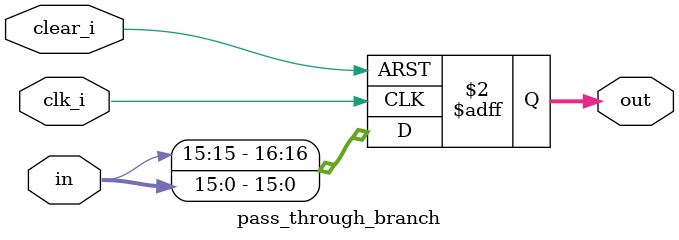
<source format=v>
`timescale 1ns / 1ps

module pass_through_branch#(
        parameter W = 16
    ) (
        input wire clk_i,
        input wire clear_i,
        input wire signed [W-1:0] in,
        output reg signed [W:0] out
    );
        always @(posedge clk_i or posedge clear_i) begin
            if (clear_i)
                out <= {(W+1){1'b0}};
            else
                out <= in;
        end
    endmodule
</source>
